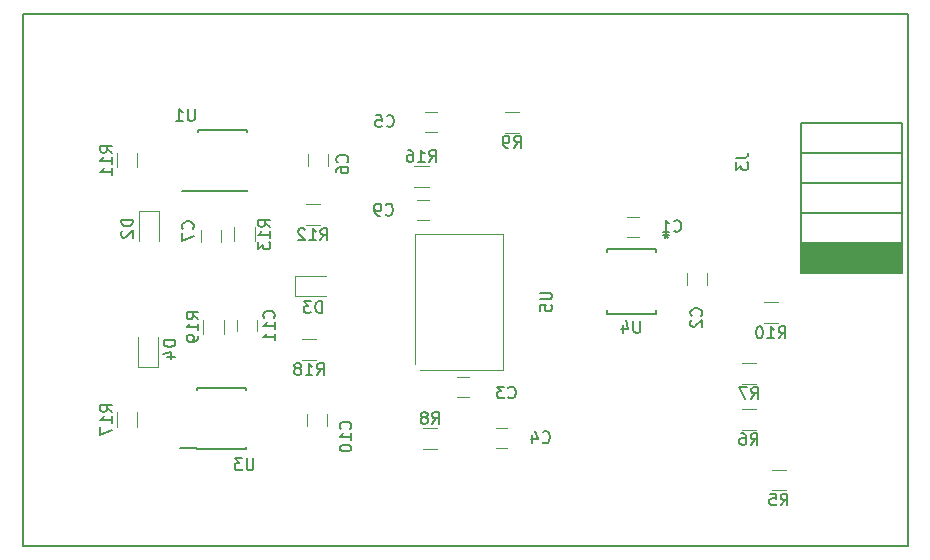
<source format=gbo>
G04 #@! TF.GenerationSoftware,KiCad,Pcbnew,(5.1.4)-1*
G04 #@! TF.CreationDate,2020-10-11T16:44:01-04:00*
G04 #@! TF.ProjectId,i2c_pancake,6932635f-7061-46e6-9361-6b652e6b6963,rev?*
G04 #@! TF.SameCoordinates,Original*
G04 #@! TF.FileFunction,Legend,Bot*
G04 #@! TF.FilePolarity,Positive*
%FSLAX46Y46*%
G04 Gerber Fmt 4.6, Leading zero omitted, Abs format (unit mm)*
G04 Created by KiCad (PCBNEW (5.1.4)-1) date 2020-10-11 16:44:01*
%MOMM*%
%LPD*%
G04 APERTURE LIST*
%ADD10C,0.150000*%
%ADD11C,0.120000*%
%ADD12C,0.152400*%
%ADD13C,0.100000*%
G04 APERTURE END LIST*
D10*
X89662000Y-134239000D02*
X164554000Y-134239000D01*
X89662000Y-89253000D02*
X164554000Y-89253000D01*
X164554000Y-89253000D02*
X164554000Y-134239000D01*
X89662000Y-89253000D02*
X89662000Y-134239000D01*
D11*
X130460200Y-99254200D02*
X131660200Y-99254200D01*
X131660200Y-97494200D02*
X130460200Y-97494200D01*
X124729800Y-124291200D02*
X123529800Y-124291200D01*
X123529800Y-126051200D02*
X124729800Y-126051200D01*
X104880400Y-115088400D02*
X104880400Y-116288400D01*
X106640400Y-116288400D02*
X106640400Y-115088400D01*
X123994200Y-102101000D02*
X122794200Y-102101000D01*
X122794200Y-103861000D02*
X123994200Y-103861000D01*
X109312600Y-108473800D02*
X109312600Y-107273800D01*
X107552600Y-107273800D02*
X107552600Y-108473800D01*
X124680600Y-99198800D02*
X123680600Y-99198800D01*
X123680600Y-97498800D02*
X124680600Y-97498800D01*
X129675000Y-124245000D02*
X130675000Y-124245000D01*
X130675000Y-125945000D02*
X129675000Y-125945000D01*
X109460400Y-115088400D02*
X109460400Y-116088400D01*
X107760400Y-116088400D02*
X107760400Y-115088400D01*
X123994200Y-106681000D02*
X122994200Y-106681000D01*
X122994200Y-104981000D02*
X123994200Y-104981000D01*
X104712400Y-108500800D02*
X104712400Y-107500800D01*
X106412400Y-107500800D02*
X106412400Y-108500800D01*
D12*
X139115800Y-109357160D02*
X139115800Y-109080300D01*
X143281400Y-114315240D02*
X143281400Y-114592100D01*
X143281400Y-109080300D02*
X143281400Y-109357160D01*
X139115800Y-109080300D02*
X143281400Y-109080300D01*
X139115800Y-114592100D02*
X139115800Y-114315240D01*
X143281400Y-114592100D02*
X139115800Y-114592100D01*
D11*
X101103800Y-119076600D02*
X101103800Y-116526600D01*
X99403800Y-119076600D02*
X99403800Y-116526600D01*
X101103800Y-119076600D02*
X99403800Y-119076600D01*
X112723800Y-113067200D02*
X115273800Y-113067200D01*
X112723800Y-111367200D02*
X115273800Y-111367200D01*
X112723800Y-113067200D02*
X112723800Y-111367200D01*
X99505400Y-105865800D02*
X99505400Y-108415800D01*
X101205400Y-105865800D02*
X101205400Y-108415800D01*
X99505400Y-105865800D02*
X101205400Y-105865800D01*
X140805600Y-106363400D02*
X141805600Y-106363400D01*
X141805600Y-108063400D02*
X140805600Y-108063400D01*
X115404000Y-123103000D02*
X115404000Y-124103000D01*
X113704000Y-124103000D02*
X113704000Y-123103000D01*
X115504000Y-101053000D02*
X115504000Y-102053000D01*
X113804000Y-102053000D02*
X113804000Y-101053000D01*
X126435800Y-119966400D02*
X127435800Y-119966400D01*
X127435800Y-121666400D02*
X126435800Y-121666400D01*
X97574000Y-122953000D02*
X97574000Y-124153000D01*
X99334000Y-124153000D02*
X99334000Y-122953000D01*
X113293600Y-118507400D02*
X114493600Y-118507400D01*
X114493600Y-116747400D02*
X113293600Y-116747400D01*
X97574000Y-101003000D02*
X97574000Y-102203000D01*
X99334000Y-102203000D02*
X99334000Y-101003000D01*
X113598400Y-107102800D02*
X114798400Y-107102800D01*
X114798400Y-105342800D02*
X113598400Y-105342800D01*
X153036600Y-129545000D02*
X154236600Y-129545000D01*
X154236600Y-127785000D02*
X153036600Y-127785000D01*
X150504000Y-124433000D02*
X151704000Y-124433000D01*
X151704000Y-122673000D02*
X150504000Y-122673000D01*
X150554000Y-120533000D02*
X151754000Y-120533000D01*
X151754000Y-118773000D02*
X150554000Y-118773000D01*
X152397800Y-115397200D02*
X153597800Y-115397200D01*
X153597800Y-113637200D02*
X152397800Y-113637200D01*
D10*
X104479000Y-104178000D02*
X103079000Y-104178000D01*
X104479000Y-99078000D02*
X108629000Y-99078000D01*
X104479000Y-104228000D02*
X108629000Y-104228000D01*
X104479000Y-99078000D02*
X104479000Y-99223000D01*
X108629000Y-99078000D02*
X108629000Y-99223000D01*
X108629000Y-104228000D02*
X108629000Y-104083000D01*
X104479000Y-104228000D02*
X104479000Y-104178000D01*
D13*
X130335600Y-119352400D02*
X123285600Y-119352400D01*
X122835600Y-118837400D02*
X122835600Y-107807400D01*
X130335600Y-119357400D02*
X130335600Y-107807400D01*
X130335600Y-107802400D02*
X122835600Y-107802400D01*
D11*
X147560400Y-111127600D02*
X147560400Y-112127600D01*
X145860400Y-112127600D02*
X145860400Y-111127600D01*
D10*
X104379000Y-125978000D02*
X102979000Y-125978000D01*
X104379000Y-120878000D02*
X108529000Y-120878000D01*
X104379000Y-126028000D02*
X108529000Y-126028000D01*
X104379000Y-120878000D02*
X104379000Y-121023000D01*
X108529000Y-120878000D02*
X108529000Y-121023000D01*
X108529000Y-126028000D02*
X108529000Y-125883000D01*
X104379000Y-126028000D02*
X104379000Y-125978000D01*
X155554000Y-111123000D02*
X155554000Y-98423000D01*
X164054000Y-111123000D02*
X164054000Y-98423000D01*
X155554000Y-111123000D02*
X164054000Y-111123000D01*
X155554000Y-98423000D02*
X164054000Y-98423000D01*
X155554000Y-100963000D02*
X164054000Y-100963000D01*
X155554000Y-106043000D02*
X164054000Y-106043000D01*
X155554000Y-103503000D02*
X164054000Y-103503000D01*
X155554000Y-108583000D02*
X164054000Y-108583000D01*
G36*
X163999800Y-111072200D02*
G01*
X163999800Y-108633800D01*
X155617800Y-108633800D01*
X155617800Y-111072200D01*
X163999800Y-111072200D01*
G37*
X163999800Y-111072200D02*
X163999800Y-108633800D01*
X155617800Y-108633800D01*
X155617800Y-111072200D01*
X163999800Y-111072200D01*
X131226866Y-100526580D02*
X131560200Y-100050390D01*
X131798295Y-100526580D02*
X131798295Y-99526580D01*
X131417342Y-99526580D01*
X131322104Y-99574200D01*
X131274485Y-99621819D01*
X131226866Y-99717057D01*
X131226866Y-99859914D01*
X131274485Y-99955152D01*
X131322104Y-100002771D01*
X131417342Y-100050390D01*
X131798295Y-100050390D01*
X130750676Y-100526580D02*
X130560200Y-100526580D01*
X130464961Y-100478961D01*
X130417342Y-100431342D01*
X130322104Y-100288485D01*
X130274485Y-100098009D01*
X130274485Y-99717057D01*
X130322104Y-99621819D01*
X130369723Y-99574200D01*
X130464961Y-99526580D01*
X130655438Y-99526580D01*
X130750676Y-99574200D01*
X130798295Y-99621819D01*
X130845914Y-99717057D01*
X130845914Y-99955152D01*
X130798295Y-100050390D01*
X130750676Y-100098009D01*
X130655438Y-100145628D01*
X130464961Y-100145628D01*
X130369723Y-100098009D01*
X130322104Y-100050390D01*
X130274485Y-99955152D01*
X124296466Y-123923580D02*
X124629800Y-123447390D01*
X124867895Y-123923580D02*
X124867895Y-122923580D01*
X124486942Y-122923580D01*
X124391704Y-122971200D01*
X124344085Y-123018819D01*
X124296466Y-123114057D01*
X124296466Y-123256914D01*
X124344085Y-123352152D01*
X124391704Y-123399771D01*
X124486942Y-123447390D01*
X124867895Y-123447390D01*
X123725038Y-123352152D02*
X123820276Y-123304533D01*
X123867895Y-123256914D01*
X123915514Y-123161676D01*
X123915514Y-123114057D01*
X123867895Y-123018819D01*
X123820276Y-122971200D01*
X123725038Y-122923580D01*
X123534561Y-122923580D01*
X123439323Y-122971200D01*
X123391704Y-123018819D01*
X123344085Y-123114057D01*
X123344085Y-123161676D01*
X123391704Y-123256914D01*
X123439323Y-123304533D01*
X123534561Y-123352152D01*
X123725038Y-123352152D01*
X123820276Y-123399771D01*
X123867895Y-123447390D01*
X123915514Y-123542628D01*
X123915514Y-123733104D01*
X123867895Y-123828342D01*
X123820276Y-123875961D01*
X123725038Y-123923580D01*
X123534561Y-123923580D01*
X123439323Y-123875961D01*
X123391704Y-123828342D01*
X123344085Y-123733104D01*
X123344085Y-123542628D01*
X123391704Y-123447390D01*
X123439323Y-123399771D01*
X123534561Y-123352152D01*
X104512780Y-115045542D02*
X104036590Y-114712209D01*
X104512780Y-114474114D02*
X103512780Y-114474114D01*
X103512780Y-114855066D01*
X103560400Y-114950304D01*
X103608019Y-114997923D01*
X103703257Y-115045542D01*
X103846114Y-115045542D01*
X103941352Y-114997923D01*
X103988971Y-114950304D01*
X104036590Y-114855066D01*
X104036590Y-114474114D01*
X104512780Y-115997923D02*
X104512780Y-115426495D01*
X104512780Y-115712209D02*
X103512780Y-115712209D01*
X103655638Y-115616971D01*
X103750876Y-115521733D01*
X103798495Y-115426495D01*
X104512780Y-116474114D02*
X104512780Y-116664590D01*
X104465161Y-116759828D01*
X104417542Y-116807447D01*
X104274685Y-116902685D01*
X104084209Y-116950304D01*
X103703257Y-116950304D01*
X103608019Y-116902685D01*
X103560400Y-116855066D01*
X103512780Y-116759828D01*
X103512780Y-116569352D01*
X103560400Y-116474114D01*
X103608019Y-116426495D01*
X103703257Y-116378876D01*
X103941352Y-116378876D01*
X104036590Y-116426495D01*
X104084209Y-116474114D01*
X104131828Y-116569352D01*
X104131828Y-116759828D01*
X104084209Y-116855066D01*
X104036590Y-116902685D01*
X103941352Y-116950304D01*
X124037057Y-101733380D02*
X124370390Y-101257190D01*
X124608485Y-101733380D02*
X124608485Y-100733380D01*
X124227533Y-100733380D01*
X124132295Y-100781000D01*
X124084676Y-100828619D01*
X124037057Y-100923857D01*
X124037057Y-101066714D01*
X124084676Y-101161952D01*
X124132295Y-101209571D01*
X124227533Y-101257190D01*
X124608485Y-101257190D01*
X123084676Y-101733380D02*
X123656104Y-101733380D01*
X123370390Y-101733380D02*
X123370390Y-100733380D01*
X123465628Y-100876238D01*
X123560866Y-100971476D01*
X123656104Y-101019095D01*
X122227533Y-100733380D02*
X122418009Y-100733380D01*
X122513247Y-100781000D01*
X122560866Y-100828619D01*
X122656104Y-100971476D01*
X122703723Y-101161952D01*
X122703723Y-101542904D01*
X122656104Y-101638142D01*
X122608485Y-101685761D01*
X122513247Y-101733380D01*
X122322771Y-101733380D01*
X122227533Y-101685761D01*
X122179914Y-101638142D01*
X122132295Y-101542904D01*
X122132295Y-101304809D01*
X122179914Y-101209571D01*
X122227533Y-101161952D01*
X122322771Y-101114333D01*
X122513247Y-101114333D01*
X122608485Y-101161952D01*
X122656104Y-101209571D01*
X122703723Y-101304809D01*
X110584980Y-107230942D02*
X110108790Y-106897609D01*
X110584980Y-106659514D02*
X109584980Y-106659514D01*
X109584980Y-107040466D01*
X109632600Y-107135704D01*
X109680219Y-107183323D01*
X109775457Y-107230942D01*
X109918314Y-107230942D01*
X110013552Y-107183323D01*
X110061171Y-107135704D01*
X110108790Y-107040466D01*
X110108790Y-106659514D01*
X110584980Y-108183323D02*
X110584980Y-107611895D01*
X110584980Y-107897609D02*
X109584980Y-107897609D01*
X109727838Y-107802371D01*
X109823076Y-107707133D01*
X109870695Y-107611895D01*
X109584980Y-108516657D02*
X109584980Y-109135704D01*
X109965933Y-108802371D01*
X109965933Y-108945228D01*
X110013552Y-109040466D01*
X110061171Y-109088085D01*
X110156409Y-109135704D01*
X110394504Y-109135704D01*
X110489742Y-109088085D01*
X110537361Y-109040466D01*
X110584980Y-108945228D01*
X110584980Y-108659514D01*
X110537361Y-108564276D01*
X110489742Y-108516657D01*
X120435666Y-98680542D02*
X120483285Y-98728161D01*
X120626142Y-98775780D01*
X120721380Y-98775780D01*
X120864238Y-98728161D01*
X120959476Y-98632923D01*
X121007095Y-98537685D01*
X121054714Y-98347209D01*
X121054714Y-98204352D01*
X121007095Y-98013876D01*
X120959476Y-97918638D01*
X120864238Y-97823400D01*
X120721380Y-97775780D01*
X120626142Y-97775780D01*
X120483285Y-97823400D01*
X120435666Y-97871019D01*
X119530904Y-97775780D02*
X120007095Y-97775780D01*
X120054714Y-98251971D01*
X120007095Y-98204352D01*
X119911857Y-98156733D01*
X119673761Y-98156733D01*
X119578523Y-98204352D01*
X119530904Y-98251971D01*
X119483285Y-98347209D01*
X119483285Y-98585304D01*
X119530904Y-98680542D01*
X119578523Y-98728161D01*
X119673761Y-98775780D01*
X119911857Y-98775780D01*
X120007095Y-98728161D01*
X120054714Y-98680542D01*
X133643666Y-125452142D02*
X133691285Y-125499761D01*
X133834142Y-125547380D01*
X133929380Y-125547380D01*
X134072238Y-125499761D01*
X134167476Y-125404523D01*
X134215095Y-125309285D01*
X134262714Y-125118809D01*
X134262714Y-124975952D01*
X134215095Y-124785476D01*
X134167476Y-124690238D01*
X134072238Y-124595000D01*
X133929380Y-124547380D01*
X133834142Y-124547380D01*
X133691285Y-124595000D01*
X133643666Y-124642619D01*
X132786523Y-124880714D02*
X132786523Y-125547380D01*
X133024619Y-124499761D02*
X133262714Y-125214047D01*
X132643666Y-125214047D01*
X110897942Y-114952542D02*
X110945561Y-114904923D01*
X110993180Y-114762066D01*
X110993180Y-114666828D01*
X110945561Y-114523971D01*
X110850323Y-114428733D01*
X110755085Y-114381114D01*
X110564609Y-114333495D01*
X110421752Y-114333495D01*
X110231276Y-114381114D01*
X110136038Y-114428733D01*
X110040800Y-114523971D01*
X109993180Y-114666828D01*
X109993180Y-114762066D01*
X110040800Y-114904923D01*
X110088419Y-114952542D01*
X110993180Y-115904923D02*
X110993180Y-115333495D01*
X110993180Y-115619209D02*
X109993180Y-115619209D01*
X110136038Y-115523971D01*
X110231276Y-115428733D01*
X110278895Y-115333495D01*
X110993180Y-116857304D02*
X110993180Y-116285876D01*
X110993180Y-116571590D02*
X109993180Y-116571590D01*
X110136038Y-116476352D01*
X110231276Y-116381114D01*
X110278895Y-116285876D01*
X120358866Y-106188142D02*
X120406485Y-106235761D01*
X120549342Y-106283380D01*
X120644580Y-106283380D01*
X120787438Y-106235761D01*
X120882676Y-106140523D01*
X120930295Y-106045285D01*
X120977914Y-105854809D01*
X120977914Y-105711952D01*
X120930295Y-105521476D01*
X120882676Y-105426238D01*
X120787438Y-105331000D01*
X120644580Y-105283380D01*
X120549342Y-105283380D01*
X120406485Y-105331000D01*
X120358866Y-105378619D01*
X119882676Y-106283380D02*
X119692200Y-106283380D01*
X119596961Y-106235761D01*
X119549342Y-106188142D01*
X119454104Y-106045285D01*
X119406485Y-105854809D01*
X119406485Y-105473857D01*
X119454104Y-105378619D01*
X119501723Y-105331000D01*
X119596961Y-105283380D01*
X119787438Y-105283380D01*
X119882676Y-105331000D01*
X119930295Y-105378619D01*
X119977914Y-105473857D01*
X119977914Y-105711952D01*
X119930295Y-105807190D01*
X119882676Y-105854809D01*
X119787438Y-105902428D01*
X119596961Y-105902428D01*
X119501723Y-105854809D01*
X119454104Y-105807190D01*
X119406485Y-105711952D01*
X104014542Y-107402333D02*
X104062161Y-107354714D01*
X104109780Y-107211857D01*
X104109780Y-107116619D01*
X104062161Y-106973761D01*
X103966923Y-106878523D01*
X103871685Y-106830904D01*
X103681209Y-106783285D01*
X103538352Y-106783285D01*
X103347876Y-106830904D01*
X103252638Y-106878523D01*
X103157400Y-106973761D01*
X103109780Y-107116619D01*
X103109780Y-107211857D01*
X103157400Y-107354714D01*
X103205019Y-107402333D01*
X103109780Y-107735666D02*
X103109780Y-108402333D01*
X104109780Y-107973761D01*
X141909704Y-115200180D02*
X141909704Y-116009704D01*
X141862085Y-116104942D01*
X141814466Y-116152561D01*
X141719228Y-116200180D01*
X141528752Y-116200180D01*
X141433514Y-116152561D01*
X141385895Y-116104942D01*
X141338276Y-116009704D01*
X141338276Y-115200180D01*
X140433514Y-115533514D02*
X140433514Y-116200180D01*
X140671609Y-115152561D02*
X140909704Y-115866847D01*
X140290657Y-115866847D01*
X144119600Y-107757980D02*
X144119600Y-107996076D01*
X144357695Y-107900838D02*
X144119600Y-107996076D01*
X143881504Y-107900838D01*
X144262457Y-108186552D02*
X144119600Y-107996076D01*
X143976742Y-108186552D01*
X144119600Y-107757980D02*
X144119600Y-107996076D01*
X144357695Y-107900838D02*
X144119600Y-107996076D01*
X143881504Y-107900838D01*
X144262457Y-108186552D02*
X144119600Y-107996076D01*
X143976742Y-108186552D01*
X144119600Y-107757980D02*
X144119600Y-107996076D01*
X144357695Y-107900838D02*
X144119600Y-107996076D01*
X143881504Y-107900838D01*
X144262457Y-108186552D02*
X144119600Y-107996076D01*
X143976742Y-108186552D01*
X102556180Y-116838504D02*
X101556180Y-116838504D01*
X101556180Y-117076600D01*
X101603800Y-117219457D01*
X101699038Y-117314695D01*
X101794276Y-117362314D01*
X101984752Y-117409933D01*
X102127609Y-117409933D01*
X102318085Y-117362314D01*
X102413323Y-117314695D01*
X102508561Y-117219457D01*
X102556180Y-117076600D01*
X102556180Y-116838504D01*
X101889514Y-118267076D02*
X102556180Y-118267076D01*
X101508561Y-118028980D02*
X102222847Y-117790885D01*
X102222847Y-118409933D01*
X114961895Y-114519580D02*
X114961895Y-113519580D01*
X114723800Y-113519580D01*
X114580942Y-113567200D01*
X114485704Y-113662438D01*
X114438085Y-113757676D01*
X114390466Y-113948152D01*
X114390466Y-114091009D01*
X114438085Y-114281485D01*
X114485704Y-114376723D01*
X114580942Y-114471961D01*
X114723800Y-114519580D01*
X114961895Y-114519580D01*
X114057133Y-113519580D02*
X113438085Y-113519580D01*
X113771419Y-113900533D01*
X113628561Y-113900533D01*
X113533323Y-113948152D01*
X113485704Y-113995771D01*
X113438085Y-114091009D01*
X113438085Y-114329104D01*
X113485704Y-114424342D01*
X113533323Y-114471961D01*
X113628561Y-114519580D01*
X113914276Y-114519580D01*
X114009514Y-114471961D01*
X114057133Y-114424342D01*
X98957780Y-106627704D02*
X97957780Y-106627704D01*
X97957780Y-106865800D01*
X98005400Y-107008657D01*
X98100638Y-107103895D01*
X98195876Y-107151514D01*
X98386352Y-107199133D01*
X98529209Y-107199133D01*
X98719685Y-107151514D01*
X98814923Y-107103895D01*
X98910161Y-107008657D01*
X98957780Y-106865800D01*
X98957780Y-106627704D01*
X98053019Y-107580085D02*
X98005400Y-107627704D01*
X97957780Y-107722942D01*
X97957780Y-107961038D01*
X98005400Y-108056276D01*
X98053019Y-108103895D01*
X98148257Y-108151514D01*
X98243495Y-108151514D01*
X98386352Y-108103895D01*
X98957780Y-107532466D01*
X98957780Y-108151514D01*
X144774266Y-107570542D02*
X144821885Y-107618161D01*
X144964742Y-107665780D01*
X145059980Y-107665780D01*
X145202838Y-107618161D01*
X145298076Y-107522923D01*
X145345695Y-107427685D01*
X145393314Y-107237209D01*
X145393314Y-107094352D01*
X145345695Y-106903876D01*
X145298076Y-106808638D01*
X145202838Y-106713400D01*
X145059980Y-106665780D01*
X144964742Y-106665780D01*
X144821885Y-106713400D01*
X144774266Y-106761019D01*
X143821885Y-107665780D02*
X144393314Y-107665780D01*
X144107600Y-107665780D02*
X144107600Y-106665780D01*
X144202838Y-106808638D01*
X144298076Y-106903876D01*
X144393314Y-106951495D01*
X117374942Y-124350542D02*
X117422561Y-124302923D01*
X117470180Y-124160066D01*
X117470180Y-124064828D01*
X117422561Y-123921971D01*
X117327323Y-123826733D01*
X117232085Y-123779114D01*
X117041609Y-123731495D01*
X116898752Y-123731495D01*
X116708276Y-123779114D01*
X116613038Y-123826733D01*
X116517800Y-123921971D01*
X116470180Y-124064828D01*
X116470180Y-124160066D01*
X116517800Y-124302923D01*
X116565419Y-124350542D01*
X117470180Y-125302923D02*
X117470180Y-124731495D01*
X117470180Y-125017209D02*
X116470180Y-125017209D01*
X116613038Y-124921971D01*
X116708276Y-124826733D01*
X116755895Y-124731495D01*
X116470180Y-125921971D02*
X116470180Y-126017209D01*
X116517800Y-126112447D01*
X116565419Y-126160066D01*
X116660657Y-126207685D01*
X116851133Y-126255304D01*
X117089228Y-126255304D01*
X117279704Y-126207685D01*
X117374942Y-126160066D01*
X117422561Y-126112447D01*
X117470180Y-126017209D01*
X117470180Y-125921971D01*
X117422561Y-125826733D01*
X117374942Y-125779114D01*
X117279704Y-125731495D01*
X117089228Y-125683876D01*
X116851133Y-125683876D01*
X116660657Y-125731495D01*
X116565419Y-125779114D01*
X116517800Y-125826733D01*
X116470180Y-125921971D01*
X117095542Y-101763533D02*
X117143161Y-101715914D01*
X117190780Y-101573057D01*
X117190780Y-101477819D01*
X117143161Y-101334961D01*
X117047923Y-101239723D01*
X116952685Y-101192104D01*
X116762209Y-101144485D01*
X116619352Y-101144485D01*
X116428876Y-101192104D01*
X116333638Y-101239723D01*
X116238400Y-101334961D01*
X116190780Y-101477819D01*
X116190780Y-101573057D01*
X116238400Y-101715914D01*
X116286019Y-101763533D01*
X116190780Y-102620676D02*
X116190780Y-102430200D01*
X116238400Y-102334961D01*
X116286019Y-102287342D01*
X116428876Y-102192104D01*
X116619352Y-102144485D01*
X117000304Y-102144485D01*
X117095542Y-102192104D01*
X117143161Y-102239723D01*
X117190780Y-102334961D01*
X117190780Y-102525438D01*
X117143161Y-102620676D01*
X117095542Y-102668295D01*
X117000304Y-102715914D01*
X116762209Y-102715914D01*
X116666971Y-102668295D01*
X116619352Y-102620676D01*
X116571733Y-102525438D01*
X116571733Y-102334961D01*
X116619352Y-102239723D01*
X116666971Y-102192104D01*
X116762209Y-102144485D01*
X130752466Y-121673542D02*
X130800085Y-121721161D01*
X130942942Y-121768780D01*
X131038180Y-121768780D01*
X131181038Y-121721161D01*
X131276276Y-121625923D01*
X131323895Y-121530685D01*
X131371514Y-121340209D01*
X131371514Y-121197352D01*
X131323895Y-121006876D01*
X131276276Y-120911638D01*
X131181038Y-120816400D01*
X131038180Y-120768780D01*
X130942942Y-120768780D01*
X130800085Y-120816400D01*
X130752466Y-120864019D01*
X130419133Y-120768780D02*
X129800085Y-120768780D01*
X130133419Y-121149733D01*
X129990561Y-121149733D01*
X129895323Y-121197352D01*
X129847704Y-121244971D01*
X129800085Y-121340209D01*
X129800085Y-121578304D01*
X129847704Y-121673542D01*
X129895323Y-121721161D01*
X129990561Y-121768780D01*
X130276276Y-121768780D01*
X130371514Y-121721161D01*
X130419133Y-121673542D01*
X97206380Y-122910142D02*
X96730190Y-122576809D01*
X97206380Y-122338714D02*
X96206380Y-122338714D01*
X96206380Y-122719666D01*
X96254000Y-122814904D01*
X96301619Y-122862523D01*
X96396857Y-122910142D01*
X96539714Y-122910142D01*
X96634952Y-122862523D01*
X96682571Y-122814904D01*
X96730190Y-122719666D01*
X96730190Y-122338714D01*
X97206380Y-123862523D02*
X97206380Y-123291095D01*
X97206380Y-123576809D02*
X96206380Y-123576809D01*
X96349238Y-123481571D01*
X96444476Y-123386333D01*
X96492095Y-123291095D01*
X96206380Y-124195857D02*
X96206380Y-124862523D01*
X97206380Y-124433952D01*
X114536457Y-119779780D02*
X114869790Y-119303590D01*
X115107885Y-119779780D02*
X115107885Y-118779780D01*
X114726933Y-118779780D01*
X114631695Y-118827400D01*
X114584076Y-118875019D01*
X114536457Y-118970257D01*
X114536457Y-119113114D01*
X114584076Y-119208352D01*
X114631695Y-119255971D01*
X114726933Y-119303590D01*
X115107885Y-119303590D01*
X113584076Y-119779780D02*
X114155504Y-119779780D01*
X113869790Y-119779780D02*
X113869790Y-118779780D01*
X113965028Y-118922638D01*
X114060266Y-119017876D01*
X114155504Y-119065495D01*
X113012647Y-119208352D02*
X113107885Y-119160733D01*
X113155504Y-119113114D01*
X113203123Y-119017876D01*
X113203123Y-118970257D01*
X113155504Y-118875019D01*
X113107885Y-118827400D01*
X113012647Y-118779780D01*
X112822171Y-118779780D01*
X112726933Y-118827400D01*
X112679314Y-118875019D01*
X112631695Y-118970257D01*
X112631695Y-119017876D01*
X112679314Y-119113114D01*
X112726933Y-119160733D01*
X112822171Y-119208352D01*
X113012647Y-119208352D01*
X113107885Y-119255971D01*
X113155504Y-119303590D01*
X113203123Y-119398828D01*
X113203123Y-119589304D01*
X113155504Y-119684542D01*
X113107885Y-119732161D01*
X113012647Y-119779780D01*
X112822171Y-119779780D01*
X112726933Y-119732161D01*
X112679314Y-119684542D01*
X112631695Y-119589304D01*
X112631695Y-119398828D01*
X112679314Y-119303590D01*
X112726933Y-119255971D01*
X112822171Y-119208352D01*
X97206380Y-100960142D02*
X96730190Y-100626809D01*
X97206380Y-100388714D02*
X96206380Y-100388714D01*
X96206380Y-100769666D01*
X96254000Y-100864904D01*
X96301619Y-100912523D01*
X96396857Y-100960142D01*
X96539714Y-100960142D01*
X96634952Y-100912523D01*
X96682571Y-100864904D01*
X96730190Y-100769666D01*
X96730190Y-100388714D01*
X97206380Y-101912523D02*
X97206380Y-101341095D01*
X97206380Y-101626809D02*
X96206380Y-101626809D01*
X96349238Y-101531571D01*
X96444476Y-101436333D01*
X96492095Y-101341095D01*
X97206380Y-102864904D02*
X97206380Y-102293476D01*
X97206380Y-102579190D02*
X96206380Y-102579190D01*
X96349238Y-102483952D01*
X96444476Y-102388714D01*
X96492095Y-102293476D01*
X114841257Y-108375180D02*
X115174590Y-107898990D01*
X115412685Y-108375180D02*
X115412685Y-107375180D01*
X115031733Y-107375180D01*
X114936495Y-107422800D01*
X114888876Y-107470419D01*
X114841257Y-107565657D01*
X114841257Y-107708514D01*
X114888876Y-107803752D01*
X114936495Y-107851371D01*
X115031733Y-107898990D01*
X115412685Y-107898990D01*
X113888876Y-108375180D02*
X114460304Y-108375180D01*
X114174590Y-108375180D02*
X114174590Y-107375180D01*
X114269828Y-107518038D01*
X114365066Y-107613276D01*
X114460304Y-107660895D01*
X113507923Y-107470419D02*
X113460304Y-107422800D01*
X113365066Y-107375180D01*
X113126971Y-107375180D01*
X113031733Y-107422800D01*
X112984114Y-107470419D01*
X112936495Y-107565657D01*
X112936495Y-107660895D01*
X112984114Y-107803752D01*
X113555542Y-108375180D01*
X112936495Y-108375180D01*
X153803266Y-130817380D02*
X154136600Y-130341190D01*
X154374695Y-130817380D02*
X154374695Y-129817380D01*
X153993742Y-129817380D01*
X153898504Y-129865000D01*
X153850885Y-129912619D01*
X153803266Y-130007857D01*
X153803266Y-130150714D01*
X153850885Y-130245952D01*
X153898504Y-130293571D01*
X153993742Y-130341190D01*
X154374695Y-130341190D01*
X152898504Y-129817380D02*
X153374695Y-129817380D01*
X153422314Y-130293571D01*
X153374695Y-130245952D01*
X153279457Y-130198333D01*
X153041361Y-130198333D01*
X152946123Y-130245952D01*
X152898504Y-130293571D01*
X152850885Y-130388809D01*
X152850885Y-130626904D01*
X152898504Y-130722142D01*
X152946123Y-130769761D01*
X153041361Y-130817380D01*
X153279457Y-130817380D01*
X153374695Y-130769761D01*
X153422314Y-130722142D01*
X151270666Y-125705380D02*
X151604000Y-125229190D01*
X151842095Y-125705380D02*
X151842095Y-124705380D01*
X151461142Y-124705380D01*
X151365904Y-124753000D01*
X151318285Y-124800619D01*
X151270666Y-124895857D01*
X151270666Y-125038714D01*
X151318285Y-125133952D01*
X151365904Y-125181571D01*
X151461142Y-125229190D01*
X151842095Y-125229190D01*
X150413523Y-124705380D02*
X150604000Y-124705380D01*
X150699238Y-124753000D01*
X150746857Y-124800619D01*
X150842095Y-124943476D01*
X150889714Y-125133952D01*
X150889714Y-125514904D01*
X150842095Y-125610142D01*
X150794476Y-125657761D01*
X150699238Y-125705380D01*
X150508761Y-125705380D01*
X150413523Y-125657761D01*
X150365904Y-125610142D01*
X150318285Y-125514904D01*
X150318285Y-125276809D01*
X150365904Y-125181571D01*
X150413523Y-125133952D01*
X150508761Y-125086333D01*
X150699238Y-125086333D01*
X150794476Y-125133952D01*
X150842095Y-125181571D01*
X150889714Y-125276809D01*
X151320666Y-121805380D02*
X151654000Y-121329190D01*
X151892095Y-121805380D02*
X151892095Y-120805380D01*
X151511142Y-120805380D01*
X151415904Y-120853000D01*
X151368285Y-120900619D01*
X151320666Y-120995857D01*
X151320666Y-121138714D01*
X151368285Y-121233952D01*
X151415904Y-121281571D01*
X151511142Y-121329190D01*
X151892095Y-121329190D01*
X150987333Y-120805380D02*
X150320666Y-120805380D01*
X150749238Y-121805380D01*
X153640657Y-116669580D02*
X153973990Y-116193390D01*
X154212085Y-116669580D02*
X154212085Y-115669580D01*
X153831133Y-115669580D01*
X153735895Y-115717200D01*
X153688276Y-115764819D01*
X153640657Y-115860057D01*
X153640657Y-116002914D01*
X153688276Y-116098152D01*
X153735895Y-116145771D01*
X153831133Y-116193390D01*
X154212085Y-116193390D01*
X152688276Y-116669580D02*
X153259704Y-116669580D01*
X152973990Y-116669580D02*
X152973990Y-115669580D01*
X153069228Y-115812438D01*
X153164466Y-115907676D01*
X153259704Y-115955295D01*
X152069228Y-115669580D02*
X151973990Y-115669580D01*
X151878752Y-115717200D01*
X151831133Y-115764819D01*
X151783514Y-115860057D01*
X151735895Y-116050533D01*
X151735895Y-116288628D01*
X151783514Y-116479104D01*
X151831133Y-116574342D01*
X151878752Y-116621961D01*
X151973990Y-116669580D01*
X152069228Y-116669580D01*
X152164466Y-116621961D01*
X152212085Y-116574342D01*
X152259704Y-116479104D01*
X152307323Y-116288628D01*
X152307323Y-116050533D01*
X152259704Y-115860057D01*
X152212085Y-115764819D01*
X152164466Y-115717200D01*
X152069228Y-115669580D01*
X104190704Y-97267780D02*
X104190704Y-98077304D01*
X104143085Y-98172542D01*
X104095466Y-98220161D01*
X104000228Y-98267780D01*
X103809752Y-98267780D01*
X103714514Y-98220161D01*
X103666895Y-98172542D01*
X103619276Y-98077304D01*
X103619276Y-97267780D01*
X102619276Y-98267780D02*
X103190704Y-98267780D01*
X102904990Y-98267780D02*
X102904990Y-97267780D01*
X103000228Y-97410638D01*
X103095466Y-97505876D01*
X103190704Y-97553495D01*
X133437980Y-112815495D02*
X134247504Y-112815495D01*
X134342742Y-112863114D01*
X134390361Y-112910733D01*
X134437980Y-113005971D01*
X134437980Y-113196447D01*
X134390361Y-113291685D01*
X134342742Y-113339304D01*
X134247504Y-113386923D01*
X133437980Y-113386923D01*
X133437980Y-114339304D02*
X133437980Y-113863114D01*
X133914171Y-113815495D01*
X133866552Y-113863114D01*
X133818933Y-113958352D01*
X133818933Y-114196447D01*
X133866552Y-114291685D01*
X133914171Y-114339304D01*
X134009409Y-114386923D01*
X134247504Y-114386923D01*
X134342742Y-114339304D01*
X134390361Y-114291685D01*
X134437980Y-114196447D01*
X134437980Y-113958352D01*
X134390361Y-113863114D01*
X134342742Y-113815495D01*
X147067542Y-114762933D02*
X147115161Y-114715314D01*
X147162780Y-114572457D01*
X147162780Y-114477219D01*
X147115161Y-114334361D01*
X147019923Y-114239123D01*
X146924685Y-114191504D01*
X146734209Y-114143885D01*
X146591352Y-114143885D01*
X146400876Y-114191504D01*
X146305638Y-114239123D01*
X146210400Y-114334361D01*
X146162780Y-114477219D01*
X146162780Y-114572457D01*
X146210400Y-114715314D01*
X146258019Y-114762933D01*
X146258019Y-115143885D02*
X146210400Y-115191504D01*
X146162780Y-115286742D01*
X146162780Y-115524838D01*
X146210400Y-115620076D01*
X146258019Y-115667695D01*
X146353257Y-115715314D01*
X146448495Y-115715314D01*
X146591352Y-115667695D01*
X147162780Y-115096266D01*
X147162780Y-115715314D01*
X109169104Y-126833380D02*
X109169104Y-127642904D01*
X109121485Y-127738142D01*
X109073866Y-127785761D01*
X108978628Y-127833380D01*
X108788152Y-127833380D01*
X108692914Y-127785761D01*
X108645295Y-127738142D01*
X108597676Y-127642904D01*
X108597676Y-126833380D01*
X108216723Y-126833380D02*
X107597676Y-126833380D01*
X107931009Y-127214333D01*
X107788152Y-127214333D01*
X107692914Y-127261952D01*
X107645295Y-127309571D01*
X107597676Y-127404809D01*
X107597676Y-127642904D01*
X107645295Y-127738142D01*
X107692914Y-127785761D01*
X107788152Y-127833380D01*
X108073866Y-127833380D01*
X108169104Y-127785761D01*
X108216723Y-127738142D01*
X150048980Y-101393666D02*
X150763266Y-101393666D01*
X150906123Y-101346047D01*
X151001361Y-101250809D01*
X151048980Y-101107952D01*
X151048980Y-101012714D01*
X150048980Y-101774619D02*
X150048980Y-102393666D01*
X150429933Y-102060333D01*
X150429933Y-102203190D01*
X150477552Y-102298428D01*
X150525171Y-102346047D01*
X150620409Y-102393666D01*
X150858504Y-102393666D01*
X150953742Y-102346047D01*
X151001361Y-102298428D01*
X151048980Y-102203190D01*
X151048980Y-101917476D01*
X151001361Y-101822238D01*
X150953742Y-101774619D01*
M02*

</source>
